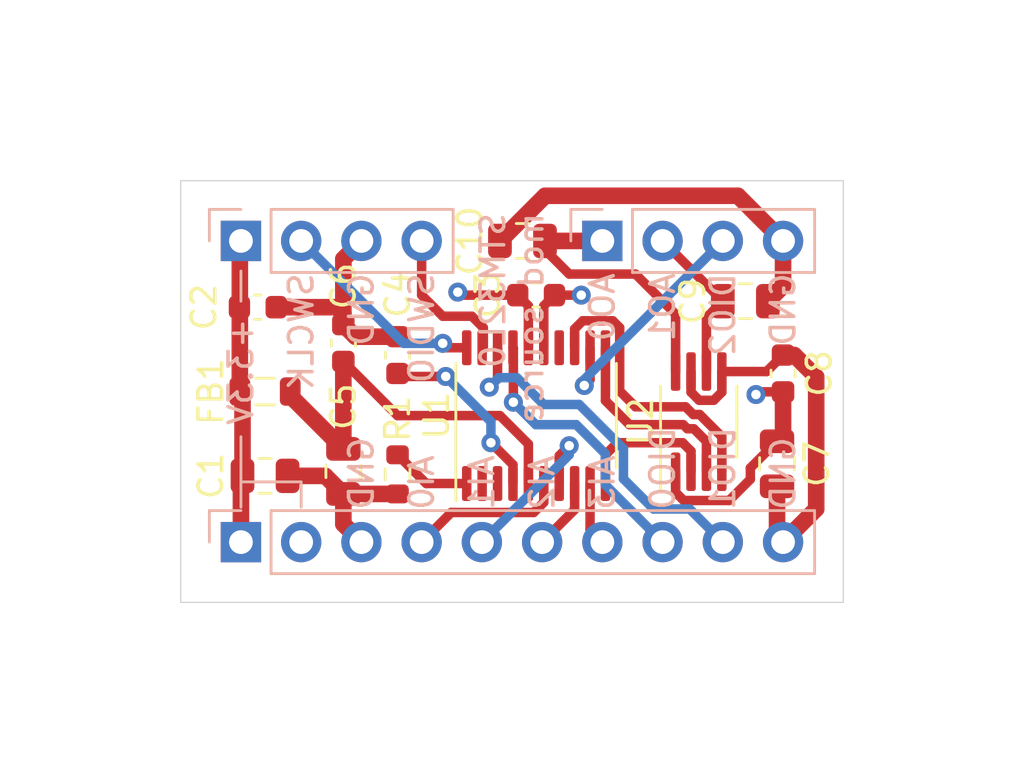
<source format=kicad_pcb>
(kicad_pcb (version 20211014) (generator pcbnew)
  (title_block (title "STM32L0 Modulation Source") (date "2022-01-15") (rev "0.1") (comment 2 "creativecommons.org/licenses/by/4.0/") (comment 3 "License: CC by 4.0") (comment 4 "Author: Jordan Aceto"))
  (layers (0 "F.Cu" signal "Top_layer") (1 "In1.Cu" power "GND_layer") (2 "In2.Cu" power "VDD_layer") (31 "B.Cu" signal "Bottom_layer") (34 "B.Paste" user) (35 "F.Paste" user) (36 "B.SilkS" user "B.Silkscreen") (37 "F.SilkS" user "F.Silkscreen") (38 "B.Mask" user) (39 "F.Mask" user) (44 "Edge.Cuts" user))
  (net 0 "")
  (net 1 "GND")
  (net 2 "+3.3VA")
  (net 3 "Net-(R1-Pad1)")
  (net 4 "Net-(C4-Pad1)")
  (net 5 "DAC_B_OUT")
  (net 6 "DAC_A_OUT")
  (net 7 "A_in_3")
  (net 8 "A_in_2")
  (net 9 "A_in_1")
  (net 10 "A_in_0")
  (net 11 "AUX_D_IO")
  (net 12 "SYS_SWDIO")
  (net 13 "SYS_SWCLK")
  (net 15 "SPI_MOSI")
  (net 16 "SPI_SCK")
  (net 17 "SPI_NSS")
  (net 20 "D_IO_1")
  (net 21 "D_IO_0")
  (net 22 "+3.3V")
  (footprint "Capacitor_SMD:C_0603_1608Metric" (layer "F.Cu") (at 147.066 96.266)
    (fp_text reference "C3" (at -2.032 0 90) (layer "F.SilkS"))
    (fp_text value "100n")
    (fp_line (start -0.14058 -0.51) (end 0.14058 -0.51) (layer "F.SilkS") (width 0.12))
    (fp_line (start -0.14058 0.51) (end 0.14058 0.51) (layer "F.SilkS") (width 0.12))
    (pad "1" smd roundrect locked (at -0.775 0) (size 0.9 0.95) (layers "F.Cu" "F.Paste" "F.Mask") (net 22 "+3.3V"))
    (pad "2" smd roundrect locked (at 0.775 0) (size 0.9 0.95) (layers "F.Cu" "F.Paste" "F.Mask") (net 1 "GND"))
  )
  (footprint "Capacitor_SMD:C_0805_2012Metric" (layer "F.Cu") (at 138.938 103.698 -90)
    (fp_text reference "C5" (at -2.728 0 -90) (layer "F.SilkS"))
    (fp_text value "2u2")
    (fp_line (start -0.261252 0.735) (end 0.261252 0.735) (layer "F.SilkS") (width 0.12))
    (fp_line (start -0.261252 -0.735) (end 0.261252 -0.735) (layer "F.SilkS") (width 0.12))
    (pad "1" smd roundrect locked (at -0.95 0 270) (size 1 1.45) (layers "F.Cu" "F.Paste" "F.Mask") (net 2 "+3.3VA"))
    (pad "2" smd roundrect locked (at 0.95 0 270) (size 1 1.45) (layers "F.Cu" "F.Paste" "F.Mask") (net 1 "GND"))
  )
  (footprint "Capacitor_SMD:C_0603_1608Metric" (layer "F.Cu") (at 138.938 98.285 90)
    (fp_text reference "C6" (at 2.4 0 90) (layer "F.SilkS"))
    (fp_text value "100n")
    (fp_line (start -0.14058 0.51) (end 0.14058 0.51) (layer "F.SilkS") (width 0.12))
    (fp_line (start -0.14058 -0.51) (end 0.14058 -0.51) (layer "F.SilkS") (width 0.12))
    (pad "1" smd roundrect locked (at -0.775 0 90) (size 0.9 0.95) (layers "F.Cu" "F.Paste" "F.Mask") (net 2 "+3.3VA"))
    (pad "2" smd roundrect locked (at 0.775 0 90) (size 0.9 0.95) (layers "F.Cu" "F.Paste" "F.Mask") (net 1 "GND"))
  )
  (footprint "Capacitor_SMD:C_0805_2012Metric" (layer "F.Cu") (at 157.226 103.378 -90)
    (fp_text reference "C7" (at 0 -1.68 90) (layer "F.SilkS"))
    (fp_text value "10u")
    (fp_line (start -0.261252 0.735) (end 0.261252 0.735) (layer "F.SilkS") (width 0.12))
    (fp_line (start -0.261252 -0.735) (end 0.261252 -0.735) (layer "F.SilkS") (width 0.12))
    (pad "1" smd roundrect locked (at -0.95 0 270) (size 1 1.45) (layers "F.Cu" "F.Paste" "F.Mask") (net 22 "+3.3V"))
    (pad "2" smd roundrect locked (at 0.95 0 270) (size 1 1.45) (layers "F.Cu" "F.Paste" "F.Mask") (net 1 "GND"))
  )
  (footprint "Capacitor_SMD:C_0603_1608Metric" (layer "F.Cu") (at 157.48 99.568 90)
    (fp_text reference "C8" (at 0 1.524 90) (layer "F.SilkS"))
    (fp_text value "100n")
    (fp_line (start -0.14058 0.51) (end 0.14058 0.51) (layer "F.SilkS") (width 0.12))
    (fp_line (start -0.14058 -0.51) (end 0.14058 -0.51) (layer "F.SilkS") (width 0.12))
    (pad "1" smd roundrect locked (at -0.775 0 90) (size 0.9 0.95) (layers "F.Cu" "F.Paste" "F.Mask") (net 22 "+3.3V"))
    (pad "2" smd roundrect locked (at 0.775 0 90) (size 0.9 0.95) (layers "F.Cu" "F.Paste" "F.Mask") (net 1 "GND"))
  )
  (footprint "Capacitor_SMD:C_0805_2012Metric" (layer "F.Cu") (at 155.89 96.52)
    (fp_text reference "C9" (at -2.22 0 90) (layer "F.SilkS"))
    (fp_text value "1u")
    (fp_line (start -0.261252 -0.735) (end 0.261252 -0.735) (layer "F.SilkS") (width 0.12))
    (fp_line (start -0.261252 0.735) (end 0.261252 0.735) (layer "F.SilkS") (width 0.12))
    (pad "1" smd roundrect locked (at -0.95 0) (size 1 1.45) (layers "F.Cu" "F.Paste" "F.Mask") (net 5 "DAC_B_OUT"))
    (pad "2" smd roundrect locked (at 0.95 0) (size 1 1.45) (layers "F.Cu" "F.Paste" "F.Mask") (net 1 "GND"))
  )
  (footprint "Capacitor_SMD:C_0805_2012Metric" (layer "F.Cu") (at 146.492 93.98 180)
    (fp_text reference "C10" (at 2.22 0 90) (layer "F.SilkS"))
    (fp_text value "1u")
    (fp_line (start -0.261252 0.735) (end 0.261252 0.735) (layer "F.SilkS") (width 0.12))
    (fp_line (start -0.261252 -0.735) (end 0.261252 -0.735) (layer "F.SilkS") (width 0.12))
    (pad "1" smd roundrect locked (at -0.95 0 180) (size 1 1.45) (layers "F.Cu" "F.Paste" "F.Mask") (net 6 "DAC_A_OUT"))
    (pad "2" smd roundrect locked (at 0.95 0 180) (size 1 1.45) (layers "F.Cu" "F.Paste" "F.Mask") (net 1 "GND"))
  )
  (footprint "Package_SO:TSSOP-20_4.4x6.5mm_P0.65mm" (layer "F.Cu") (at 147.066 101.346 90)
    (fp_text reference "U1" (at 0 -4.2 90) (layer "F.SilkS"))
    (fp_text value "STM32L031F4Px")
    (fp_line (start 0 -3.385) (end 2.2 -3.385) (layer "F.SilkS") (width 0.12))
    (fp_line (start 0 -3.385) (end -3.6 -3.385) (layer "F.SilkS") (width 0.12))
    (fp_line (start 0 3.385) (end -2.2 3.385) (layer "F.SilkS") (width 0.12))
    (fp_line (start 0 3.385) (end 2.2 3.385) (layer "F.SilkS") (width 0.12))
    (pad "1" smd roundrect locked (at -2.8625 -2.925 90) (size 1.475 0.4) (layers "F.Cu" "F.Paste" "F.Mask") (net 3 "Net-(R1-Pad1)"))
    (pad "2" smd roundrect locked (at -2.8625 -2.275 90) (size 1.475 0.4) (layers "F.Cu" "F.Paste" "F.Mask"))
    (pad "3" smd roundrect locked (at -2.8625 -1.625 90) (size 1.475 0.4) (layers "F.Cu" "F.Paste" "F.Mask"))
    (pad "4" smd roundrect locked (at -2.8625 -0.975 90) (size 1.475 0.4) (layers "F.Cu" "F.Paste" "F.Mask") (net 4 "Net-(C4-Pad1)"))
    (pad "5" smd roundrect locked (at -2.8625 -0.325 90) (size 1.475 0.4) (layers "F.Cu" "F.Paste" "F.Mask") (net 2 "+3.3VA"))
    (pad "6" smd roundrect locked (at -2.8625 0.325 90) (size 1.475 0.4) (layers "F.Cu" "F.Paste" "F.Mask") (net 10 "A_in_0"))
    (pad "7" smd roundrect locked (at -2.8625 0.975 90) (size 1.475 0.4) (layers "F.Cu" "F.Paste" "F.Mask") (net 9 "A_in_1"))
    (pad "8" smd roundrect locked (at -2.8625 1.625 90) (size 1.475 0.4) (layers "F.Cu" "F.Paste" "F.Mask") (net 8 "A_in_2"))
    (pad "9" smd roundrect locked (at -2.8625 2.275 90) (size 1.475 0.4) (layers "F.Cu" "F.Paste" "F.Mask") (net 7 "A_in_3"))
    (pad "10" smd roundrect locked (at -2.8625 2.925 90) (size 1.475 0.4) (layers "F.Cu" "F.Paste" "F.Mask") (net 17 "SPI_NSS"))
    (pad "11" smd roundrect locked (at 2.8625 2.925 90) (size 1.475 0.4) (layers "F.Cu" "F.Paste" "F.Mask") (net 16 "SPI_SCK"))
    (pad "12" smd roundrect locked (at 2.8625 2.275 90) (size 1.475 0.4) (layers "F.Cu" "F.Paste" "F.Mask") (net 11 "AUX_D_IO"))
    (pad "13" smd roundrect locked (at 2.8625 1.625 90) (size 1.475 0.4) (layers "F.Cu" "F.Paste" "F.Mask") (net 15 "SPI_MOSI"))
    (pad "14" smd roundrect locked (at 2.8625 0.975 90) (size 1.475 0.4) (layers "F.Cu" "F.Paste" "F.Mask"))
    (pad "15" smd roundrect locked (at 2.8625 0.325 90) (size 1.475 0.4) (layers "F.Cu" "F.Paste" "F.Mask") (net 1 "GND"))
    (pad "16" smd roundrect locked (at 2.8625 -0.325 90) (size 1.475 0.4) (layers "F.Cu" "F.Paste" "F.Mask") (net 22 "+3.3V"))
    (pad "17" smd roundrect locked (at 2.8625 -0.975 90) (size 1.475 0.4) (layers "F.Cu" "F.Paste" "F.Mask") (net 21 "D_IO_0"))
    (pad "18" smd roundrect locked (at 2.8625 -1.625 90) (size 1.475 0.4) (layers "F.Cu" "F.Paste" "F.Mask") (net 20 "D_IO_1"))
    (pad "19" smd roundrect locked (at 2.8625 -2.275 90) (size 1.475 0.4) (layers "F.Cu" "F.Paste" "F.Mask") (net 12 "SYS_SWDIO"))
    (pad "20" smd roundrect locked (at 2.8625 -2.925 90) (size 1.475 0.4) (layers "F.Cu" "F.Paste" "F.Mask") (net 13 "SYS_SWCLK"))
  )
  (footprint "Package_SO:MSOP-8_3x3mm_P0.65mm" (layer "F.Cu") (at 153.924 101.6 90)
    (fp_text reference "U2" (at 0 -2.45 90) (layer "F.SilkS"))
    (fp_text value "MCP4822")
    (fp_line (start 0 -1.61) (end 1.5 -1.61) (layer "F.SilkS") (width 0.12))
    (fp_line (start 0 1.61) (end -1.5 1.61) (layer "F.SilkS") (width 0.12))
    (fp_line (start 0 -1.61) (end -2.925 -1.61) (layer "F.SilkS") (width 0.12))
    (fp_line (start 0 1.61) (end 1.5 1.61) (layer "F.SilkS") (width 0.12))
    (pad "1" smd roundrect locked (at -2.1125 -0.975 90) (size 1.625 0.4) (layers "F.Cu" "F.Paste" "F.Mask") (net 22 "+3.3V"))
    (pad "2" smd roundrect locked (at -2.1125 -0.325 90) (size 1.625 0.4) (layers "F.Cu" "F.Paste" "F.Mask") (net 17 "SPI_NSS"))
    (pad "3" smd roundrect locked (at -2.1125 0.325 90) (size 1.625 0.4) (layers "F.Cu" "F.Paste" "F.Mask") (net 16 "SPI_SCK"))
    (pad "4" smd roundrect locked (at -2.1125 0.975 90) (size 1.625 0.4) (layers "F.Cu" "F.Paste" "F.Mask") (net 15 "SPI_MOSI"))
    (pad "5" smd roundrect locked (at 2.1125 0.975 90) (size 1.625 0.4) (layers "F.Cu" "F.Paste" "F.Mask") (net 1 "GND"))
    (pad "6" smd roundrect locked (at 2.1125 0.325 90) (size 1.625 0.4) (layers "F.Cu" "F.Paste" "F.Mask") (net 5 "DAC_B_OUT"))
    (pad "7" smd roundrect locked (at 2.1125 -0.325 90) (size 1.625 0.4) (layers "F.Cu" "F.Paste" "F.Mask") (net 1 "GND"))
    (pad "8" smd roundrect locked (at 2.1125 -0.975 90) (size 1.625 0.4) (layers "F.Cu" "F.Paste" "F.Mask") (net 6 "DAC_A_OUT"))
  )
  (footprint "Resistor_SMD:R_0603_1608Metric" (layer "F.Cu") (at 141.224 103.823 -90)
    (fp_text reference "R1" (at -2.349 0 90) (layer "F.SilkS"))
    (fp_text value "10k")
    (fp_line (start -0.237258 -0.5225) (end 0.237258 -0.5225) (layer "F.SilkS") (width 0.12))
    (fp_line (start -0.237258 0.5225) (end 0.237258 0.5225) (layer "F.SilkS") (width 0.12))
    (pad "1" smd roundrect locked (at -0.825 0 270) (size 0.8 0.95) (layers "F.Cu" "F.Paste" "F.Mask") (net 3 "Net-(R1-Pad1)"))
    (pad "2" smd roundrect locked (at 0.825 0 270) (size 0.8 0.95) (layers "F.Cu" "F.Paste" "F.Mask") (net 1 "GND"))
  )
  (footprint "Capacitor_SMD:C_0603_1608Metric" (layer "F.Cu") (at 141.224 98.793 90)
    (fp_text reference "C4" (at 2.553 0 90) (layer "F.SilkS"))
    (fp_text value "100n")
    (fp_line (start -0.14058 0.51) (end 0.14058 0.51) (layer "F.SilkS") (width 0.12))
    (fp_line (start -0.14058 -0.51) (end 0.14058 -0.51) (layer "F.SilkS") (width 0.12))
    (pad "1" smd roundrect locked (at -0.775 0 90) (size 0.9 0.95) (layers "F.Cu" "F.Paste" "F.Mask") (net 4 "Net-(C4-Pad1)"))
    (pad "2" smd roundrect locked (at 0.775 0 90) (size 0.9 0.95) (layers "F.Cu" "F.Paste" "F.Mask") (net 1 "GND"))
  )
  (footprint "Capacitor_SMD:C_0805_2012Metric" (layer "F.Cu") (at 135.636 103.886)
    (fp_text reference "C1" (at -2.286 0 90) (layer "F.SilkS"))
    (fp_text value "2u2")
    (fp_line (start -0.261252 0.735) (end 0.261252 0.735) (layer "F.SilkS") (width 0.12))
    (fp_line (start -0.261252 -0.735) (end 0.261252 -0.735) (layer "F.SilkS") (width 0.12))
    (pad "1" smd roundrect locked (at -0.95 0) (size 1 1.45) (layers "F.Cu" "F.Paste" "F.Mask") (net 22 "+3.3V"))
    (pad "2" smd roundrect locked (at 0.95 0) (size 1 1.45) (layers "F.Cu" "F.Paste" "F.Mask") (net 1 "GND"))
  )
  (footprint "Capacitor_SMD:C_0603_1608Metric" (layer "F.Cu") (at 135.3312 96.774)
    (fp_text reference "C2" (at -2.273 0 90) (layer "F.SilkS"))
    (fp_text value "100n")
    (fp_line (start -0.14058 0.51) (end 0.14058 0.51) (layer "F.SilkS") (width 0.12))
    (fp_line (start -0.14058 -0.51) (end 0.14058 -0.51) (layer "F.SilkS") (width 0.12))
    (pad "1" smd roundrect locked (at -0.775 0) (size 0.9 0.95) (layers "F.Cu" "F.Paste" "F.Mask") (net 22 "+3.3V"))
    (pad "2" smd roundrect locked (at 0.775 0) (size 0.9 0.95) (layers "F.Cu" "F.Paste" "F.Mask") (net 1 "GND"))
  )
  (footprint "Inductor_SMD:L_0805_2012Metric" (layer "F.Cu") (at 135.636 100.33)
    (fp_text reference "FB1" (at -2.286 0 90) (layer "F.SilkS"))
    (fp_text value "100R @ 100MHz")
    (fp_line (start -0.399622 0.56) (end 0.399622 0.56) (layer "F.SilkS") (width 0.12))
    (fp_line (start -0.399622 -0.56) (end 0.399622 -0.56) (layer "F.SilkS") (width 0.12))
    (pad "1" smd roundrect (at -1.0625 0) (size 0.875 1.2) (layers "F.Cu" "F.Paste" "F.Mask") (net 22 "+3.3V"))
    (pad "2" smd roundrect (at 1.0625 0) (size 0.875 1.2) (layers "F.Cu" "F.Paste" "F.Mask") (net 2 "+3.3VA"))
  )
  (footprint "Connector_PinHeader_2.54mm:PinHeader_1x04_P2.54mm_Vertical" (layer "B.Cu") (at 149.86 93.98 -90)
    (fp_text reference "J2" hide)
    (fp_text value "signal_outputs")
    (fp_line (start -1.33 -1.27) (end -1.33 -8.95) (layer "B.SilkS") (width 0.12))
    (fp_line (start 1.33 -1.27) (end 1.33 -8.95) (layer "B.SilkS") (width 0.12))
    (fp_line (start -1.33 -8.95) (end 1.33 -8.95) (layer "B.SilkS") (width 0.12))
    (fp_line (start -1.33 0) (end -1.33 1.33) (layer "B.SilkS") (width 0.12))
    (fp_line (start -1.33 -1.27) (end 1.33 -1.27) (layer "B.SilkS") (width 0.12))
    (fp_line (start -1.33 1.33) (end 0 1.33) (layer "B.SilkS") (width 0.12))
    (pad "1" thru_hole rect locked (at 0 0 270) (size 1.7 1.7) (drill 1) (layers *.Cu *.Mask) (net 6 "DAC_A_OUT"))
    (pad "2" thru_hole oval locked (at 0 -2.54 270) (size 1.7 1.7) (drill 1) (layers *.Cu *.Mask) (net 5 "DAC_B_OUT"))
    (pad "3" thru_hole oval locked (at 0 -5.08 270) (size 1.7 1.7) (drill 1) (layers *.Cu *.Mask) (net 11 "AUX_D_IO"))
    (pad "4" thru_hole oval locked (at 0 -7.62 270) (size 1.7 1.7) (drill 1) (layers *.Cu *.Mask) (net 1 "GND"))
  )
  (footprint "Connector_PinHeader_2.54mm:PinHeader_1x04_P2.54mm_Vertical" (layer "B.Cu") (at 134.62 93.98 -90)
    (fp_text reference "J3" hide)
    (fp_text value "SWD_header")
    (fp_line (start -1.33 -1.27) (end 1.33 -1.27) (layer "B.SilkS") (width 0.12))
    (fp_line (start -1.33 -1.27) (end -1.33 -8.95) (layer "B.SilkS") (width 0.12))
    (fp_line (start -1.33 0) (end -1.33 1.33) (layer "B.SilkS") (width 0.12))
    (fp_line (start 1.33 -1.27) (end 1.33 -8.95) (layer "B.SilkS") (width 0.12))
    (fp_line (start -1.33 1.33) (end 0 1.33) (layer "B.SilkS") (width 0.12))
    (fp_line (start -1.33 -8.95) (end 1.33 -8.95) (layer "B.SilkS") (width 0.12))
    (pad "1" thru_hole rect locked (at 0 0 270) (size 1.7 1.7) (drill 1) (layers *.Cu *.Mask) (net 22 "+3.3V"))
    (pad "2" thru_hole oval locked (at 0 -2.54 270) (size 1.7 1.7) (drill 1) (layers *.Cu *.Mask) (net 13 "SYS_SWCLK"))
    (pad "3" thru_hole oval locked (at 0 -5.08 270) (size 1.7 1.7) (drill 1) (layers *.Cu *.Mask) (net 1 "GND"))
    (pad "4" thru_hole oval locked (at 0 -7.62 270) (size 1.7 1.7) (drill 1) (layers *.Cu *.Mask) (net 12 "SYS_SWDIO"))
  )
  (footprint "Connector_PinHeader_2.54mm:PinHeader_1x10_P2.54mm_Vertical" (layer "B.Cu") (at 134.62 106.68 -90)
    (fp_text reference "J1" hide)
    (fp_text value "inputs")
    (fp_line (start 1.33 -1.27) (end 1.33 -24.19) (layer "B.SilkS") (width 0.12))
    (fp_line (start -1.33 0) (end -1.33 1.33) (layer "B.SilkS") (width 0.12))
    (fp_line (start -1.33 -1.27) (end -1.33 -24.19) (layer "B.SilkS") (width 0.12))
    (fp_line (start -1.33 -24.19) (end 1.33 -24.19) (layer "B.SilkS") (width 0.12))
    (fp_line (start -1.33 1.33) (end 0 1.33) (layer "B.SilkS") (width 0.12))
    (fp_line (start -1.33 -1.27) (end 1.33 -1.27) (layer "B.SilkS") (width 0.12))
    (pad "1" thru_hole rect locked (at 0 0 270) (size 1.7 1.7) (drill 1) (layers *.Cu *.Mask) (net 22 "+3.3V"))
    (pad "2" thru_hole oval locked (at 0 -2.54 270) (size 1.7 1.7) (drill 1) (layers *.Cu *.Mask) (net 22 "+3.3V"))
    (pad "3" thru_hole oval locked (at 0 -5.08 270) (size 1.7 1.7) (drill 1) (layers *.Cu *.Mask) (net 1 "GND"))
    (pad "4" thru_hole oval locked (at 0 -7.62 270) (size 1.7 1.7) (drill 1) (layers *.Cu *.Mask) (net 10 "A_in_0"))
    (pad "5" thru_hole oval locked (at 0 -10.16 270) (size 1.7 1.7) (drill 1) (layers *.Cu *.Mask) (net 9 "A_in_1"))
    (pad "6" thru_hole oval locked (at 0 -12.7 270) (size 1.7 1.7) (drill 1) (layers *.Cu *.Mask) (net 8 "A_in_2"))
    (pad "7" thru_hole oval locked (at 0 -15.24 270) (size 1.7 1.7) (drill 1) (layers *.Cu *.Mask) (net 7 "A_in_3"))
    (pad "8" thru_hole oval locked (at 0 -17.78 270) (size 1.7 1.7) (drill 1) (layers *.Cu *.Mask) (net 21 "D_IO_0"))
    (pad "9" thru_hole oval locked (at 0 -20.32 270) (size 1.7 1.7) (drill 1) (layers *.Cu *.Mask) (net 20 "D_IO_1"))
    (pad "10" thru_hole oval locked (at 0 -22.86 270) (size 1.7 1.7) (drill 1) (layers *.Cu *.Mask) (net 1 "GND"))
  )
  (gr_line (start 134.62 104.14) (end 134.62 105.2068) (layer "B.SilkS") (width 0.12))
  (gr_line (start 134.62 102.235) (end 134.62 104.14) (layer "B.SilkS") (width 0.12))
  (gr_line (start 134.62 104.14) (end 137.16 104.14) (layer "B.SilkS") (width 0.12))
  (gr_line (start 134.62 96.52) (end 134.62 95.25) (layer "B.SilkS") (width 0.12))
  (gr_line (start 137.16 105.2068) (end 137.16 104.14) (layer "B.SilkS") (width 0.12))
  (gr_line (start 132.08 109.22) (end 160.02 109.22) (layer "Edge.Cuts") (width 0.05))
  (gr_line (start 160.02 109.22) (end 160.02 91.44) (layer "Edge.Cuts") (width 0.05))
  (gr_line (start 132.08 91.44) (end 132.08 109.22) (layer "Edge.Cuts") (width 0.05))
  (gr_line (start 160.02 91.44) (end 132.08 91.44) (layer "Edge.Cuts") (width 0.05))
  (gr_text "AI2" (at 147.32 105.41 90) (layer "B.SilkS") (effects (font (size 1 1)) (justify right mirror)))
  (gr_text "DIO2" (at 154.94 95.25 90) (layer "B.SilkS") (effects (font (size 1 1)) (justify left mirror)))
  (gr_text "GND" (at 157.48 95.25 90) (layer "B.SilkS") (effects (font (size 1 1)) (justify left mirror)))
  (gr_text "AI1" (at 144.78 105.41 90) (layer "B.SilkS") (effects (font (size 1 1)) (justify right mirror)))
  (gr_text "DIO1" (at 154.94 105.41 90) (layer "B.SilkS") (effects (font (size 1 1)) (justify right mirror)))
  (gr_text "GND" (at 139.7 95.25 90) (layer "B.SilkS") (effects (font (size 1 1)) (justify left mirror)))
  (gr_text "GND" (at 139.7 105.41 90) (layer "B.SilkS") (effects (font (size 1 1)) (justify right mirror)))
  (gr_text "STM32L0\nmod source" (at 146.05 92.71 90) (layer "B.SilkS") (effects (font (size 1 1)) (justify left mirror)))
  (gr_text "GND" (at 157.48 105.41 90) (layer "B.SilkS") (effects (font (size 1 1)) (justify right mirror)))
  (gr_text "AI3" (at 149.86 105.41 90) (layer "B.SilkS") (effects (font (size 1 1)) (justify right mirror)))
  (gr_text "AI0" (at 142.24 105.41 90) (layer "B.SilkS") (effects (font (size 1 1)) (justify right mirror)))
  (gr_text "SWDIO" (at 142.24 95.25 90) (layer "B.SilkS") (effects (font (size 1 1)) (justify left mirror)))
  (gr_text "+3.3V" (at 134.62 97.155 90) (layer "B.SilkS") (effects (font (size 1 1)) (justify left mirror)))
  (gr_text "AO1" (at 152.4 95.25 90) (layer "B.SilkS") (effects (font (size 1 1)) (justify left mirror)))
  (gr_text "DIO0" (at 152.4 105.41 90) (layer "B.SilkS") (effects (font (size 1 1)) (justify right mirror)))
  (gr_text "AO0" (at 149.86 95.25 90) (layer "B.SilkS") (effects (font (size 1 1)) (justify left mirror)))
  (gr_text "SWCLK" (at 137.16 95.25 90) (layer "B.SilkS") (effects (font (size 1 1)) (justify left mirror)))
  (segment (start 154.899 99.4875) (end 156.7855 99.4875) (width 0.4) (layer "F.Cu") (net 1))
  (segment (start 158.877 99.715) (end 157.955 98.793) (width 0.7) (layer "F.Cu") (net 1))
  (segment (start 157.955 98.793) (end 157.48 98.793) (width 0.7) (layer "F.Cu") (net 1))
  (segment (start 147.841 96.266) (end 148.970992 96.266) (width 0.4) (layer "F.Cu") (net 1))
  (segment (start 138.684 96.774) (end 138.938 97.028) (width 0.7) (layer "F.Cu") (net 1))
  (segment (start 141.224 98.018) (end 139.446 98.018) (width 0.7) (layer "F.Cu") (net 1))
  (segment (start 153.941886 100.70001) (end 153.599 100.357124) (width 0.4) (layer "F.Cu") (net 1))
  (segment (start 136.586 103.886) (end 138.176 103.886) (width 0.7) (layer "F.Cu") (net 1))
  (segment (start 157.48 106.68) (end 158.877 105.283) (width 0.7) (layer "F.Cu") (net 1))
  (segment (start 153.599 100.357124) (end 153.599 99.4875) (width 0.4) (layer "F.Cu") (net 1))
  (segment (start 139.446 98.018) (end 138.938 97.51) (width 0.7) (layer "F.Cu") (net 1))
  (segment (start 154.556114 100.70001) (end 153.941886 100.70001) (width 0.4) (layer "F.Cu") (net 1))
  (segment (start 154.899 100.357124) (end 154.556114 100.70001) (width 0.4) (layer "F.Cu") (net 1))
  (segment (start 157.48 93.98) (end 155.575 92.075) (width 0.7) (layer "F.Cu") (net 1))
  (segment (start 138.176 103.886) (end 138.938 104.648) (width 0.7) (layer "F.Cu") (net 1))
  (segment (start 156.7855 99.4875) (end 157.48 98.793) (width 0.4) (layer "F.Cu") (net 1))
  (segment (start 136.398 96.774) (end 138.684 96.774) (width 0.7) (layer "F.Cu") (net 1))
  (segment (start 158.877 105.283) (end 158.877 99.715) (width 0.7) (layer "F.Cu") (net 1))
  (segment (start 157.226 106.426) (end 157.48 106.68) (width 0.7) (layer "F.Cu") (net 1))
  (segment (start 138.938 97.51) (end 138.938 97.028) (width 0.7) (layer "F.Cu") (net 1))
  (segment (start 157.48 93.98) (end 157.48 95.88) (width 0.7) (layer "F.Cu") (net 1))
  (segment (start 157.226 104.328) (end 157.226 106.426) (width 0.7) (layer "F.Cu") (net 1))
  (segment (start 147.391 96.716) (end 147.841 96.266) (width 0.4) (layer "F.Cu") (net 1))
  (segment (start 138.938 104.648) (end 138.938 105.918) (width 0.7) (layer "F.Cu") (net 1))
  (segment (start 141.224 104.648) (end 138.938 104.648) (width 0.7) (layer "F.Cu") (net 1))
  (segment (start 147.447 92.075) (end 145.542 93.98) (width 0.7) (layer "F.Cu") (net 1))
  (segment (start 155.575 92.075) (end 147.447 92.075) (width 0.7) (layer "F.Cu") (net 1))
  (segment (start 138.938 94.742) (end 139.7 93.98) (width 0.7) (layer "F.Cu") (net 1))
  (segment (start 154.899 99.4875) (end 154.899 100.357124) (width 0.4) (layer "F.Cu") (net 1))
  (segment (start 138.938 97.028) (end 138.938 94.742) (width 0.7) (layer "F.Cu") (net 1))
  (segment (start 147.391 98.4835) (end 147.391 96.716) (width 0.4) (layer "F.Cu") (net 1))
  (segment (start 138.938 105.918) (end 139.7 106.68) (width 0.7) (layer "F.Cu") (net 1))
  (segment (start 157.48 95.88) (end 156.84 96.52) (width 0.7) (layer "F.Cu") (net 1))
  (via (at 148.970992 96.266) (size 0.8) (drill 0.4) (layers "F.Cu" "B.Cu") (net 1))
  (segment (start 138.938 102.748) (end 138.938 99.06) (width 0.7) (layer "F.Cu") (net 2))
  (segment (start 141.224 101.346) (end 138.938 99.06) (width 0.4) (layer "F.Cu") (net 2))
  (segment (start 145.542 101.346) (end 141.224 101.346) (width 0.4) (layer "F.Cu") (net 2))
  (segment (start 146.741 102.545) (end 145.542 101.346) (width 0.4) (layer "F.Cu") (net 2))
  (segment (start 146.741 104.2085) (end 146.741 102.545) (width 0.4) (layer "F.Cu") (net 2))
  (segment (start 136.6985 100.33) (end 136.6985 100.5085) (width 0.7) (layer "F.Cu") (net 2))
  (segment (start 136.6985 100.5085) (end 138.938 102.748) (width 0.7) (layer "F.Cu") (net 2))
  (segment (start 142.4345 104.2085) (end 141.224 102.998) (width 0.4) (layer "F.Cu") (net 3))
  (segment (start 144.141 104.2085) (end 142.4345 104.2085) (width 0.4) (layer "F.Cu") (net 3))
  (segment (start 143.256 99.695) (end 141.351 99.695) (width 0.4) (layer "F.Cu") (net 4))
  (segment (start 146.091 104.2085) (end 146.091 103.413876) (width 0.4) (layer "F.Cu") (net 4))
  (segment (start 146.091 103.413876) (end 145.166124 102.489) (width 0.4) (layer "F.Cu") (net 4))
  (segment (start 141.351 99.695) (end 141.224 99.568) (width 0.4) (layer "F.Cu") (net 4))
  (segment (start 145.166124 102.489) (end 145.161 102.489) (width 0.4) (layer "F.Cu") (net 4))
  (via (at 145.161 102.489) (size 0.8) (drill 0.4) (layers "F.Cu" "B.Cu") (net 4))
  (via (at 143.256 99.695) (size 0.8) (drill 0.4) (layers "F.Cu" "B.Cu") (net 4))
  (segment (start 145.161 101.6) (end 143.256 99.695) (width 0.4) (layer "B.Cu") (net 4))
  (segment (start 145.161 102.489) (end 145.161 101.6) (width 0.4) (layer "B.Cu") (net 4))
  (segment (start 154.249 99.4875) (end 154.249 97.211) (width 0.4) (layer "F.Cu") (net 5))
  (segment (start 154.94 96.52) (end 152.4 93.98) (width 0.4) (layer "F.Cu") (net 5))
  (segment (start 154.249 97.211) (end 154.94 96.52) (width 0.4) (layer "F.Cu") (net 5))
  (segment (start 148.463 95.377) (end 147.442 94.356) (width 0.4) (layer "F.Cu") (net 6))
  (segment (start 147.442 94.356) (end 147.442 93.98) (width 0.4) (layer "F.Cu") (net 6))
  (segment (start 151.257 95.377) (end 148.463 95.377) (width 0.4) (layer "F.Cu") (net 6))
  (segment (start 152.949 99.4875) (end 152.949 97.069) (width 0.4) (layer "F.Cu") (net 6))
  (segment (start 152.949 97.069) (end 151.257 95.377) (width 0.4) (layer "F.Cu") (net 6))
  (segment (start 147.442 93.98) (end 149.86 93.98) (width 0.7) (layer "F.Cu") (net 6))
  (segment (start 149.341 104.2085) (end 149.341 106.161) (width 0.4) (layer "F.Cu") (net 7))
  (segment (start 149.341 106.161) (end 149.86 106.68) (width 0.4) (layer "F.Cu") (net 7))
  (segment (start 148.691 104.2085) (end 148.691 105.309) (width 0.4) (layer "F.Cu") (net 8))
  (segment (start 148.691 105.309) (end 147.32 106.68) (width 0.4) (layer "F.Cu") (net 8))
  (segment (start 148.041 104.2085) (end 148.041 103.038) (width 0.4) (layer "F.Cu") (net 9))
  (segment (start 148.041 103.038) (end 148.463 102.616) (width 0.4) (layer "F.Cu") (net 9))
  (via (at 148.463 102.616) (size 0.8) (drill 0.4) (layers "F.Cu" "B.Cu") (net 9))
  (segment (start 144.78 106.68) (end 148.463 102.997) (width 0.4) (layer "B.Cu") (net 9))
  (segment (start 148.463 102.997) (end 148.463 102.616) (width 0.4) (layer "B.Cu") (net 9))
  (segment (start 143.490001 105.429999) (end 142.24 106.68) (width 0.4) (layer "F.Cu") (net 10))
  (segment (start 146.964125 105.429999) (end 143.490001 105.429999) (width 0.4) (layer "F.Cu") (net 10))
  (segment (start 147.391 104.2085) (end 147.391 105.003124) (width 0.4) (layer "F.Cu") (net 10))
  (segment (start 147.391 105.003124) (end 146.964125 105.429999) (width 0.4) (layer "F.Cu") (net 10))
  (segment (start 149.341 99.833) (end 149.341 98.4835) (width 0.4) (layer "F.Cu") (net 11))
  (segment (start 149.098 100.076) (end 149.341 99.833) (width 0.4) (layer "F.Cu") (net 11))
  (via (at 149.098 100.076) (size 0.8) (drill 0.4) (layers "F.Cu" "B.Cu") (net 11))
  (segment (start 154.94 93.98) (end 149.098 99.822) (width 0.4) (layer "B.Cu") (net 11))
  (segment (start 149.098 99.822) (end 149.098 100.076) (width 0.4) (layer "B.Cu") (net 11))
  (segment (start 143.129 97.155) (end 142.24 96.266) (width 0.4) (layer "F.Cu") (net 12))
  (segment (start 144.84099 97.638886) (end 144.357104 97.155) (width 0.4) (layer "F.Cu") (net 12))
  (segment (start 144.357104 97.155) (end 143.129 97.155) (width 0.4) (layer "F.Cu") (net 12))
  (segment (start 144.84099 98.43351) (end 144.84099 97.638886) (width 0.4) (layer "F.Cu") (net 12))
  (segment (start 144.791 98.4835) (end 144.84099 98.43351) (width 0.4) (layer "F.Cu") (net 12))
  (segment (start 142.24 96.266) (end 142.24 93.98) (width 0.4) (layer "F.Cu") (net 12))
  (segment (start 143.3145 98.4835) (end 143.129 98.298) (width 0.4) (layer "F.Cu") (net 13))
  (segment (start 144.141 98.4835) (end 143.3145 98.4835) (width 0.4) (layer "F.Cu") (net 13))
  (via (at 143.129 98.298) (size 0.8) (drill 0.4) (layers "F.Cu" "B.Cu") (net 13))
  (segment (start 141.478 98.298) (end 143.129 98.298) (width 0.4) (layer "B.Cu") (net 13))
  (segment (start 137.16 93.98) (end 141.478 98.298) (width 0.4) (layer "B.Cu") (net 13))
  (segment (start 154.899 103.7125) (end 154.899 102.234457) (width 0.4) (layer "F.Cu") (net 15))
  (segment (start 151.257 100.974468) (end 150.59101 100.308478) (width 0.4) (layer "F.Cu") (net 15))
  (segment (start 150.59101 97.638886) (end 150.298114 97.34599) (width 0.4) (layer "F.Cu") (net 15))
  (segment (start 154.899 102.234457) (end 153.964564 101.300021) (width 0.4) (layer "F.Cu") (net 15))
  (segment (start 150.59101 100.308478) (end 150.59101 97.638886) (width 0.4) (layer "F.Cu") (net 15))
  (segment (start 153.693354 101.300021) (end 153.367801 100.974468) (width 0.4) (layer "F.Cu") (net 15))
  (segment (start 153.964564 101.300021) (end 153.693354 101.300021) (width 0.4) (layer "F.Cu") (net 15))
  (segment (start 150.298114 97.34599) (end 149.033886 97.34599) (width 0.4) (layer "F.Cu") (net 15))
  (segment (start 148.691 97.688876) (end 148.691 98.4835) (width 0.4) (layer "F.Cu") (net 15))
  (segment (start 149.033886 97.34599) (end 148.691 97.688876) (width 0.4) (layer "F.Cu") (net 15))
  (segment (start 153.367801 100.974468) (end 151.257 100.974468) (width 0.4) (layer "F.Cu") (net 15))
  (segment (start 153.716032 101.900032) (end 153.444822 101.900032) (width 0.4) (layer "F.Cu") (net 16))
  (segment (start 153.27179 101.727) (end 151.003 101.727) (width 0.4) (layer "F.Cu") (net 16))
  (segment (start 153.444822 101.900032) (end 153.27179 101.727) (width 0.4) (layer "F.Cu") (net 16))
  (segment (start 154.249 103.7125) (end 154.249 102.433) (width 0.4) (layer "F.Cu") (net 16))
  (segment (start 154.249 102.433) (end 153.716032 101.900032) (width 0.4) (layer "F.Cu") (net 16))
  (segment (start 151.003 101.727) (end 149.991 100.715) (width 0.4) (layer "F.Cu") (net 16))
  (segment (start 149.991 100.715) (end 149.991 98.4835) (width 0.4) (layer "F.Cu") (net 16))
  (segment (start 150.495 102.489) (end 149.991 102.993) (width 0.4) (layer "F.Cu") (net 17))
  (segment (start 153.245124 102.489) (end 150.495 102.489) (width 0.4) (layer "F.Cu") (net 17))
  (segment (start 149.991 102.993) (end 149.991 104.2085) (width 0.4) (layer "F.Cu") (net 17))
  (segment (start 153.599 103.7125) (end 153.599 102.842876) (width 0.4) (layer "F.Cu") (net 17))
  (segment (start 153.599 102.842876) (end 153.245124 102.489) (width 0.4) (layer "F.Cu") (net 17))
  (segment (start 145.441 98.4835) (end 145.441 99.798413) (width 0.4) (layer "F.Cu") (net 20))
  (segment (start 145.441 99.798413) (end 145.092293 100.14712) (width 0.4) (layer "F.Cu") (net 20))
  (via (at 145.092293 100.14712) (size 0.8) (drill 0.4) (layers "F.Cu" "B.Cu") (net 20))
  (segment (start 147.387375 100.876001) (end 146.258495 99.747121) (width 0.4) (layer "B.Cu") (net 20))
  (segment (start 148.882001 100.876001) (end 147.387375 100.876001) (width 0.4) (layer "B.Cu") (net 20))
  (segment (start 154.94 106.68) (end 153.543 105.283) (width 0.4) (layer "B.Cu") (net 20))
  (segment (start 152.019 105.283) (end 150.749 104.013) (width 0.4) (layer "B.Cu") (net 20))
  (segment (start 150.749 102.743) (end 148.882001 100.876001) (width 0.4) (layer "B.Cu") (net 20))
  (segment (start 153.543 105.283) (end 152.019 105.283) (width 0.4) (layer "B.Cu") (net 20))
  (segment (start 150.749 104.013) (end 150.749 102.743) (width 0.4) (layer "B.Cu") (net 20))
  (segment (start 145.492292 99.747121) (end 145.092293 100.14712) (width 0.4) (layer "B.Cu") (net 20))
  (segment (start 146.258495 99.747121) (end 145.492292 99.747121) (width 0.4) (layer "B.Cu") (net 20))
  (segment (start 146.107686 100.780314) (end 146.107686 98.500186) (width 0.4) (layer "F.Cu") (net 21))
  (segment (start 146.107686 98.500186) (end 146.091 98.4835) (width 0.4) (layer "F.Cu") (net 21))
  (via (at 146.107686 100.780314) (size 0.8) (drill 0.4) (layers "F.Cu" "B.Cu") (net 21))
  (segment (start 148.758002 101.727) (end 147.054372 101.727) (width 0.4) (layer "B.Cu") (net 21))
  (segment (start 149.987 104.267) (end 149.987 102.955998) (width 0.4) (layer "B.Cu") (net 21))
  (segment (start 147.054372 101.727) (end 146.107686 100.780314) (width 0.4) (layer "B.Cu") (net 21))
  (segment (start 152.4 106.68) (end 149.987 104.267) (width 0.4) (layer "B.Cu") (net 21))
  (segment (start 149.987 102.955998) (end 148.758002 101.727) (width 0.4) (layer "B.Cu") (net 21))
  (segment (start 156.451 100.343) (end 156.337 100.457) (width 0.4) (layer "F.Cu") (net 22))
  (segment (start 152.949 104.582124) (end 153.291886 104.92501) (width 0.4) (layer "F.Cu") (net 22))
  (segment (start 155.206114 104.92501) (end 156.10099 104.030134) (width 0.4) (layer "F.Cu") (net 22))
  (segment (start 134.62 103.952) (end 134.686 103.886) (width 0.7) (layer "F.Cu") (net 22))
  (segment (start 146.741 98.4835) (end 146.741 96.716) (width 0.4) (layer "F.Cu") (net 22))
  (segment (start 134.62 106.68) (end 134.62 103.952) (width 0.7) (layer "F.Cu") (net 22))
  (segment (start 156.10099 103.55301) (end 157.226 102.428) (width 0.4) (layer "F.Cu") (net 22))
  (segment (start 134.5735 94.0265) (end 134.62 93.98) (width 0.7) (layer "F.Cu") (net 22))
  (segment (start 157.48 102.174) (end 157.226 102.428) (width 0.7) (layer "F.Cu") (net 22))
  (segment (start 152.949 103.7125) (end 152.949 104.582124) (width 0.4) (layer "F.Cu") (net 22))
  (segment (start 134.686 100.4425) (end 134.5735 100.33) (width 0.7) (layer "F.Cu") (net 22))
  (segment (start 134.5735 100.33) (end 134.5735 94.0265) (width 0.7) (layer "F.Cu") (net 22))
  (segment (start 157.48 100.343) (end 157.48 102.174) (width 0.7) (layer "F.Cu") (net 22))
  (segment (start 156.10099 104.030134) (end 156.10099 103.55301) (width 0.4) (layer "F.Cu") (net 22))
  (segment (start 157.48 100.343) (end 156.451 100.343) (width 0.4) (layer "F.Cu") (net 22))
  (segment (start 143.891 96.266) (end 143.764 96.139) (width 0.4) (layer "F.Cu") (net 22))
  (segment (start 153.291886 104.92501) (end 155.206114 104.92501) (width 0.4) (layer "F.Cu") (net 22))
  (segment (start 146.741 96.716) (end 146.291 96.266) (width 0.4) (layer "F.Cu") (net 22))
  (segment (start 134.686 103.886) (end 134.686 100.4425) (width 0.7) (layer "F.Cu") (net 22))
  (segment (start 146.291 96.266) (end 143.891 96.266) (width 0.4) (layer "F.Cu") (net 22))
  (via (at 143.764 96.139) (size 0.8) (drill 0.4) (layers "F.Cu" "B.Cu") (net 22))
  (via (at 156.337 100.457) (size 0.8) (drill 0.4) (layers "F.Cu" "B.Cu") (net 22))
)
</source>
